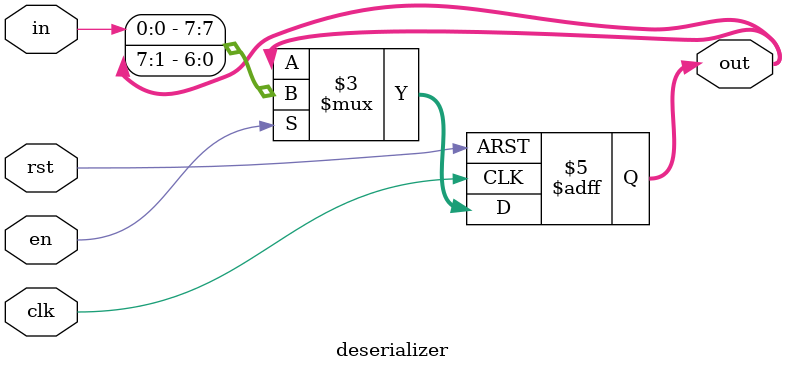
<source format=v>
module deserializer #
(
  parameter DATA_SIZE = 8
)
(
  input  wire                  clk , 
  input  wire                  rst , 
  
  input  wire                  en  ,  
  input  wire                  in  , 
  
  output reg  [DATA_SIZE-1:0]  out
);

always @ (posedge clk or negedge rst)
  begin
    if (!rst)
      out <= 0;
    else if (en)
      out <= {in, out [DATA_SIZE-1:1]};
  end

endmodule
</source>
